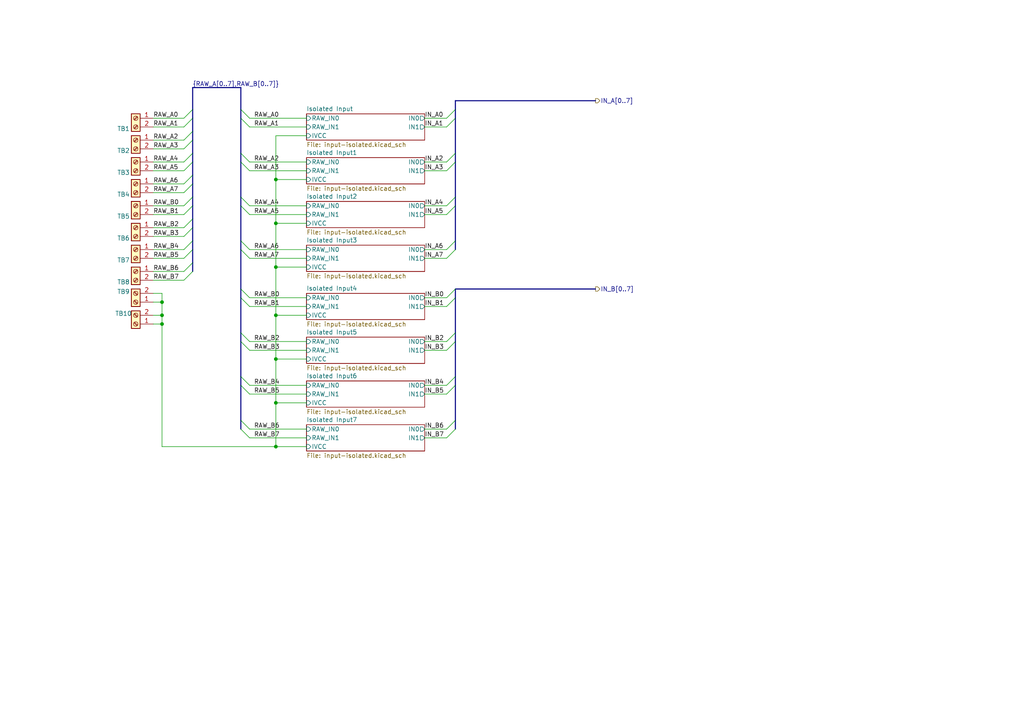
<source format=kicad_sch>
(kicad_sch (version 20250114) (generator "eeschema") (generator_version "9.0")
  (paper "A4")
  (lib_symbols
    (symbol "Connector:Screw_Terminal_01x02" (pin_names (offset 1.016) (hide yes))
      (property "Reference" "J" (at 0 2.54 0))
      (property "Value" "Screw_Terminal_01x02" (at 0 -5.08 0))
      (symbol "Screw_Terminal_01x02_1_1"
        (rectangle (start -1.27 1.27) (end 1.27 -3.81) (stroke (width 0.254)) (fill (type background)))
        (polyline (pts (xy -0.5334 0.3302) (xy 0.3302 -0.508)) (stroke (width 0.1524)))
        (polyline (pts (xy -0.5334 -2.2098) (xy 0.3302 -3.048)) (stroke (width 0.1524)))
        (polyline (pts (xy -0.3556 0.508) (xy 0.508 -0.3302)) (stroke (width 0.1524)))
        (polyline (pts (xy -0.3556 -2.032) (xy 0.508 -2.8702)) (stroke (width 0.1524)))
        (circle (center 0 0) (radius 0.635) (stroke (width 0.1524)))
        (circle (center 0 -2.54) (radius 0.635) (stroke (width 0.1524)))
        (pin passive line (at -5.08 0 0) (length 3.81) (name "Pin_1") (number "1"))
        (pin passive line (at -5.08 -2.54 0) (length 3.81) (name "Pin_2") (number "2"))
      )
    )
  )
  (junction (at 80.01 104.14))
  (junction (at 80.01 64.77))
  (junction (at 80.01 116.84))
  (junction (at 46.99 87.63))
  (junction (at 80.01 52.07))
  (junction (at 46.99 91.44))
  (junction (at 80.01 129.54))
  (junction (at 46.99 93.98))
  (junction (at 80.01 77.47))
  (junction (at 80.01 91.44))
  (bus_entry (at 132.08 34.29) (size -2.54 2.54))
  (bus_entry (at 69.85 121.92) (size 2.54 2.54))
  (bus_entry (at 132.08 59.69) (size -2.54 2.54))
  (bus_entry (at 55.88 72.39) (size -2.54 2.54))
  (bus_entry (at 69.85 96.52) (size 2.54 2.54))
  (bus_entry (at 55.88 78.74) (size -2.54 2.54))
  (bus_entry (at 55.88 53.34) (size -2.54 2.54))
  (bus_entry (at 132.08 57.15) (size -2.54 2.54))
  (bus_entry (at 69.85 109.22) (size 2.54 2.54))
  (bus_entry (at 69.85 99.06) (size 2.54 2.54))
  (bus_entry (at 69.85 111.76) (size 2.54 2.54))
  (bus_entry (at 55.88 34.29) (size -2.54 2.54))
  (bus_entry (at 55.88 50.8) (size -2.54 2.54))
  (bus_entry (at 132.08 83.82) (size -2.54 2.54))
  (bus_entry (at 55.88 63.5) (size -2.54 2.54))
  (bus_entry (at 132.08 111.76) (size -2.54 2.54))
  (bus_entry (at 69.85 31.75) (size 2.54 2.54))
  (bus_entry (at 69.85 72.39) (size 2.54 2.54))
  (bus_entry (at 132.08 31.75) (size -2.54 2.54))
  (bus_entry (at 55.88 40.64) (size -2.54 2.54))
  (bus_entry (at 55.88 66.04) (size -2.54 2.54))
  (bus_entry (at 55.88 59.69) (size -2.54 2.54))
  (bus_entry (at 132.08 72.39) (size -2.54 2.54))
  (bus_entry (at 55.88 69.85) (size -2.54 2.54))
  (bus_entry (at 55.88 31.75) (size -2.54 2.54))
  (bus_entry (at 132.08 96.52) (size -2.54 2.54))
  (bus_entry (at 132.08 99.06) (size -2.54 2.54))
  (bus_entry (at 69.85 124.46) (size 2.54 2.54))
  (bus_entry (at 69.85 46.99) (size 2.54 2.54))
  (bus_entry (at 132.08 69.85) (size -2.54 2.54))
  (bus_entry (at 69.85 34.29) (size 2.54 2.54))
  (bus_entry (at 55.88 46.99) (size -2.54 2.54))
  (bus_entry (at 132.08 46.99) (size -2.54 2.54))
  (bus_entry (at 55.88 44.45) (size -2.54 2.54))
  (bus_entry (at 132.08 86.36) (size -2.54 2.54))
  (bus_entry (at 55.88 57.15) (size -2.54 2.54))
  (bus_entry (at 69.85 44.45) (size 2.54 2.54))
  (bus_entry (at 55.88 38.1) (size -2.54 2.54))
  (bus_entry (at 132.08 121.92) (size -2.54 2.54))
  (bus_entry (at 132.08 109.22) (size -2.54 2.54))
  (bus_entry (at 69.85 69.85) (size 2.54 2.54))
  (bus_entry (at 69.85 83.82) (size 2.54 2.54))
  (bus_entry (at 69.85 59.69) (size 2.54 2.54))
  (bus_entry (at 69.85 86.36) (size 2.54 2.54))
  (bus_entry (at 55.88 76.2) (size -2.54 2.54))
  (bus_entry (at 69.85 57.15) (size 2.54 2.54))
  (bus_entry (at 132.08 44.45) (size -2.54 2.54))
  (bus_entry (at 132.08 124.46) (size -2.54 2.54))
  (wire (pts (xy 129.54 59.69) (xy 123.19 59.69)))
  (wire (pts (xy 44.45 40.64) (xy 53.34 40.64)))
  (bus (pts (xy 132.08 83.82) (xy 132.08 86.36)))
  (wire (pts (xy 44.45 66.04) (xy 53.34 66.04)))
  (wire (pts (xy 44.45 53.34) (xy 53.34 53.34)))
  (bus (pts (xy 132.08 69.85) (xy 132.08 72.39)))
  (wire (pts (xy 80.01 104.14) (xy 80.01 91.44)))
  (wire (pts (xy 44.45 87.63) (xy 46.99 87.63)))
  (wire (pts (xy 80.01 52.07) (xy 88.9 52.07)))
  (wire (pts (xy 44.45 59.69) (xy 53.34 59.69)))
  (wire (pts (xy 123.19 36.83) (xy 129.54 36.83)))
  (bus (pts (xy 132.08 96.52) (xy 132.08 99.06)))
  (bus (pts (xy 132.08 121.92) (xy 132.08 124.46)))
  (wire (pts (xy 72.39 99.06) (xy 88.9 99.06)))
  (bus (pts (xy 69.85 69.85) (xy 69.85 72.39)))
  (bus (pts (xy 69.85 86.36) (xy 69.85 96.52)))
  (bus (pts (xy 172.72 29.21) (xy 132.08 29.21)))
  (bus (pts (xy 55.88 66.04) (xy 55.88 69.85)))
  (bus (pts (xy 69.85 111.76) (xy 69.85 121.92)))
  (wire (pts (xy 80.01 64.77) (xy 88.9 64.77)))
  (wire (pts (xy 72.39 86.36) (xy 88.9 86.36)))
  (bus (pts (xy 132.08 44.45) (xy 132.08 46.99)))
  (bus (pts (xy 132.08 31.75) (xy 132.08 34.29)))
  (bus (pts (xy 69.85 121.92) (xy 69.85 124.46)))
  (wire (pts (xy 129.54 111.76) (xy 123.19 111.76)))
  (wire (pts (xy 80.01 77.47) (xy 80.01 91.44)))
  (bus (pts (xy 55.88 76.2) (xy 55.88 78.74)))
  (wire (pts (xy 129.54 88.9) (xy 123.19 88.9)))
  (bus (pts (xy 69.85 96.52) (xy 69.85 99.06)))
  (bus (pts (xy 55.88 34.29) (xy 55.88 38.1)))
  (wire (pts (xy 72.39 46.99) (xy 88.9 46.99)))
  (bus (pts (xy 69.85 72.39) (xy 69.85 83.82)))
  (wire (pts (xy 72.39 111.76) (xy 88.9 111.76)))
  (bus (pts (xy 55.88 38.1) (xy 55.88 40.64)))
  (bus (pts (xy 132.08 111.76) (xy 132.08 121.92)))
  (wire (pts (xy 72.39 74.93) (xy 88.9 74.93)))
  (bus (pts (xy 172.72 83.82) (xy 132.08 83.82)))
  (wire (pts (xy 123.19 127) (xy 129.54 127)))
  (wire (pts (xy 80.01 64.77) (xy 80.01 77.47)))
  (wire (pts (xy 129.54 34.29) (xy 123.19 34.29)))
  (wire (pts (xy 80.01 129.54) (xy 80.01 116.84)))
  (wire (pts (xy 129.54 49.53) (xy 123.19 49.53)))
  (wire (pts (xy 72.39 88.9) (xy 88.9 88.9)))
  (wire (pts (xy 129.54 86.36) (xy 123.19 86.36)))
  (bus (pts (xy 69.85 44.45) (xy 69.85 46.99)))
  (wire (pts (xy 44.45 34.29) (xy 53.34 34.29)))
  (wire (pts (xy 129.54 72.39) (xy 123.19 72.39)))
  (wire (pts (xy 72.39 72.39) (xy 88.9 72.39)))
  (wire (pts (xy 53.34 46.99) (xy 44.45 46.99)))
  (bus (pts (xy 132.08 109.22) (xy 132.08 111.76)))
  (wire (pts (xy 80.01 91.44) (xy 88.9 91.44)))
  (bus (pts (xy 55.88 44.45) (xy 55.88 46.99)))
  (wire (pts (xy 88.9 104.14) (xy 80.01 104.14)))
  (wire (pts (xy 129.54 101.6) (xy 123.19 101.6)))
  (bus (pts (xy 69.85 25.4) (xy 69.85 31.75)))
  (bus (pts (xy 132.08 86.36) (xy 132.08 96.52)))
  (bus (pts (xy 55.88 31.75) (xy 55.88 34.29)))
  (wire (pts (xy 46.99 93.98) (xy 46.99 129.54)))
  (wire (pts (xy 72.39 101.6) (xy 88.9 101.6)))
  (bus (pts (xy 55.88 50.8) (xy 55.88 53.34)))
  (bus (pts (xy 55.88 53.34) (xy 55.88 57.15)))
  (wire (pts (xy 53.34 74.93) (xy 44.45 74.93)))
  (bus (pts (xy 55.88 46.99) (xy 55.88 50.8)))
  (wire (pts (xy 88.9 116.84) (xy 80.01 116.84)))
  (wire (pts (xy 46.99 91.44) (xy 46.99 93.98)))
  (wire (pts (xy 72.39 59.69) (xy 88.9 59.69)))
  (wire (pts (xy 44.45 55.88) (xy 53.34 55.88)))
  (bus (pts (xy 69.85 34.29) (xy 69.85 44.45)))
  (wire (pts (xy 44.45 62.23) (xy 53.34 62.23)))
  (wire (pts (xy 44.45 49.53) (xy 53.34 49.53)))
  (bus (pts (xy 55.88 25.4) (xy 69.85 25.4)))
  (wire (pts (xy 44.45 43.18) (xy 53.34 43.18)))
  (bus (pts (xy 69.85 83.82) (xy 69.85 86.36)))
  (wire (pts (xy 44.45 91.44) (xy 46.99 91.44)))
  (wire (pts (xy 46.99 93.98) (xy 44.45 93.98)))
  (bus (pts (xy 55.88 72.39) (xy 55.88 76.2)))
  (wire (pts (xy 72.39 49.53) (xy 88.9 49.53)))
  (wire (pts (xy 123.19 114.3) (xy 129.54 114.3)))
  (bus (pts (xy 132.08 46.99) (xy 132.08 57.15)))
  (wire (pts (xy 72.39 127) (xy 88.9 127)))
  (bus (pts (xy 69.85 57.15) (xy 69.85 59.69)))
  (bus (pts (xy 55.88 59.69) (xy 55.88 63.5)))
  (bus (pts (xy 132.08 29.21) (xy 132.08 31.75)))
  (bus (pts (xy 55.88 25.4) (xy 55.88 31.75)))
  (wire (pts (xy 72.39 124.46) (xy 88.9 124.46)))
  (wire (pts (xy 129.54 74.93) (xy 123.19 74.93)))
  (wire (pts (xy 44.45 78.74) (xy 53.34 78.74)))
  (wire (pts (xy 44.45 85.09) (xy 46.99 85.09)))
  (wire (pts (xy 80.01 39.37) (xy 80.01 52.07)))
  (bus (pts (xy 55.88 57.15) (xy 55.88 59.69)))
  (wire (pts (xy 44.45 68.58) (xy 53.34 68.58)))
  (wire (pts (xy 80.01 116.84) (xy 80.01 104.14)))
  (wire (pts (xy 72.39 36.83) (xy 88.9 36.83)))
  (bus (pts (xy 132.08 59.69) (xy 132.08 69.85)))
  (bus (pts (xy 132.08 34.29) (xy 132.08 44.45)))
  (wire (pts (xy 88.9 39.37) (xy 80.01 39.37)))
  (wire (pts (xy 80.01 77.47) (xy 88.9 77.47)))
  (wire (pts (xy 46.99 129.54) (xy 80.01 129.54)))
  (wire (pts (xy 129.54 124.46) (xy 123.19 124.46)))
  (bus (pts (xy 69.85 99.06) (xy 69.85 109.22)))
  (bus (pts (xy 69.85 31.75) (xy 69.85 34.29)))
  (wire (pts (xy 88.9 129.54) (xy 80.01 129.54)))
  (wire (pts (xy 72.39 34.29) (xy 88.9 34.29)))
  (wire (pts (xy 123.19 46.99) (xy 129.54 46.99)))
  (wire (pts (xy 44.45 36.83) (xy 53.34 36.83)))
  (wire (pts (xy 129.54 62.23) (xy 123.19 62.23)))
  (wire (pts (xy 129.54 99.06) (xy 123.19 99.06)))
  (bus (pts (xy 69.85 109.22) (xy 69.85 111.76)))
  (bus (pts (xy 132.08 99.06) (xy 132.08 109.22)))
  (wire (pts (xy 44.45 81.28) (xy 53.34 81.28)))
  (wire (pts (xy 72.39 114.3) (xy 88.9 114.3)))
  (bus (pts (xy 55.88 40.64) (xy 55.88 44.45)))
  (bus (pts (xy 69.85 46.99) (xy 69.85 57.15)))
  (bus (pts (xy 55.88 69.85) (xy 55.88 72.39)))
  (wire (pts (xy 80.01 52.07) (xy 80.01 64.77)))
  (bus (pts (xy 69.85 59.69) (xy 69.85 69.85)))
  (wire (pts (xy 46.99 87.63) (xy 46.99 91.44)))
  (bus (pts (xy 132.08 57.15) (xy 132.08 59.69)))
  (bus (pts (xy 55.88 63.5) (xy 55.88 66.04)))
  (wire (pts (xy 44.45 72.39) (xy 53.34 72.39)))
  (wire (pts (xy 46.99 85.09) (xy 46.99 87.63)))
  (wire (pts (xy 72.39 62.23) (xy 88.9 62.23)))
  (label "RAW_B2" (at 44.45 66.04 0))
  (label "IN_B3" (at 123.19 101.6 0))
  (label "RAW_A3" (at 73.66 49.53 0))
  (label "RAW_A4" (at 44.45 46.99 0))
  (label "IN_B1" (at 123.19 88.9 0))
  (label "IN_B2" (at 123.19 99.06 0))
  (label "RAW_B7" (at 44.45 81.28 0))
  (label "RAW_B3" (at 73.66 101.6 0))
  (label "RAW_B5" (at 44.45 74.93 0))
  (label "RAW_B7" (at 73.66 127 0))
  (label "IN_A1" (at 123.19 36.83 0))
  (label "RAW_A0" (at 44.45 34.29 0))
  (label "RAW_B3" (at 44.45 68.58 0))
  (label "IN_A0" (at 123.19 34.29 0))
  (label "RAW_B4" (at 73.66 111.76 0))
  (label "RAW_A6" (at 44.45 53.34 0))
  (label "RAW_B0" (at 73.66 86.36 0))
  (label "RAW_B0" (at 44.45 59.69 0))
  (label "IN_A5" (at 123.19 62.23 0))
  (label "RAW_A0" (at 73.66 34.29 0))
  (label "IN_A2" (at 123.19 46.99 0))
  (label "IN_A3" (at 123.19 49.53 0))
  (label "RAW_B1" (at 73.66 88.9 0))
  (label "RAW_A3" (at 44.45 43.18 0))
  (label "RAW_A5" (at 44.45 49.53 0))
  (label "IN_B6" (at 123.19 124.46 0))
  (label "RAW_A5" (at 73.66 62.23 0))
  (label "RAW_A7" (at 73.66 74.93 0))
  (label "RAW_A2" (at 73.66 46.99 0))
  (label "RAW_A4" (at 73.66 59.69 0))
  (label "RAW_B5" (at 73.66 114.3 0))
  (label "IN_A6" (at 123.19 72.39 0))
  (label "RAW_B1" (at 44.45 62.23 0))
  (label "RAW_B6" (at 44.45 78.74 0))
  (label "RAW_B6" (at 73.66 124.46 0))
  (label "RAW_A6" (at 73.66 72.39 0))
  (label "IN_A4" (at 123.19 59.69 0))
  (label "RAW_B4" (at 44.45 72.39 0))
  (label "RAW_B2" (at 73.66 99.06 0))
  (label "IN_A7" (at 123.19 74.93 0))
  (label "RAW_A1" (at 73.66 36.83 0))
  (label "RAW_A2" (at 44.45 40.64 0))
  (label "IN_B7" (at 123.19 127 0))
  (label "{RAW_A[0..7],RAW_B[0..7]}" (at 55.88 25.4 0))
  (label "IN_B5" (at 123.19 114.3 0))
  (label "IN_B4" (at 123.19 111.76 0))
  (label "RAW_A7" (at 44.45 55.88 0))
  (label "IN_B0" (at 123.19 86.36 0))
  (label "RAW_A1" (at 44.45 36.83 0))
  (hierarchical_label "IN_B[0..7]" (shape output) (at 172.72 83.82 0))
  (hierarchical_label "IN_A[0..7]" (shape output) (at 172.72 29.21 0))
  (symbol (lib_id "Connector:Screw_Terminal_01x02") (at 39.37 78.74 0) (mirror y) (unit 1)
    (property "Reference" "TB8" (at 35.814 81.788 0))
    (property "Value" "MKDSN 1,5/ 2-5,08" (effects (hide yes)))
    (property "Footprint" "TerminalBlock_Phoenix:TerminalBlock_Phoenix_MKDS-1,5-2-5.08_1x02_P5.08mm_Horizontal" (effects (hide yes)))
    (property "Description" "Generic screw terminal, single row, 01x02, script generated (kicad-library-utils/schlib/autogen/connector/)" (effects (hide yes)))
    (property "Partnumber" "  MKDSN 1,5/ 2-5,08 " (effects (hide yes)))
    (property "LCSC" "C5183989" (effects (hide yes)))
    (property "Manufacturer" "Phoenix Contact" (effects (hide yes)))
  )
  (symbol (lib_id "Connector:Screw_Terminal_01x02") (at 39.37 59.69 0) (mirror y) (unit 1)
    (property "Reference" "TB5" (at 35.814 62.738 0))
    (property "Value" "MKDSN 1,5/ 2-5,08" (effects (hide yes)))
    (property "Footprint" "TerminalBlock_Phoenix:TerminalBlock_Phoenix_MKDS-1,5-2-5.08_1x02_P5.08mm_Horizontal" (effects (hide yes)))
    (property "Description" "Generic screw terminal, single row, 01x02, script generated (kicad-library-utils/schlib/autogen/connector/)" (effects (hide yes)))
    (property "Partnumber" "  MKDSN 1,5/ 2-5,08 " (effects (hide yes)))
    (property "LCSC" "C5183989" (effects (hide yes)))
    (property "Manufacturer" "Phoenix Contact" (effects (hide yes)))
  )
  (symbol (lib_id "Connector:Screw_Terminal_01x02") (at 39.37 93.98 180) (unit 1)
    (property "Reference" "TB10" (at 35.814 90.932 0))
    (property "Value" "MKDSN 1,5/ 2-5,08" (effects (hide yes)))
    (property "Footprint" "TerminalBlock_Phoenix:TerminalBlock_Phoenix_MKDS-1,5-2-5.08_1x02_P5.08mm_Horizontal" (effects (hide yes)))
    (property "Description" "Generic screw terminal, single row, 01x02, script generated (kicad-library-utils/schlib/autogen/connector/)" (effects (hide yes)))
    (property "Partnumber" "  MKDSN 1,5/ 2-5,08 " (effects (hide yes)))
    (property "LCSC" "C5183989" (effects (hide yes)))
    (property "Manufacturer" "Phoenix Contact" (effects (hide yes)))
  )
  (symbol (lib_id "Connector:Screw_Terminal_01x02") (at 39.37 72.39 0) (mirror y) (unit 1)
    (property "Reference" "TB7" (at 35.814 75.438 0))
    (property "Value" "MKDSN 1,5/ 2-5,08" (effects (hide yes)))
    (property "Footprint" "TerminalBlock_Phoenix:TerminalBlock_Phoenix_MKDS-1,5-2-5.08_1x02_P5.08mm_Horizontal" (effects (hide yes)))
    (property "Description" "Generic screw terminal, single row, 01x02, script generated (kicad-library-utils/schlib/autogen/connector/)" (effects (hide yes)))
    (property "Partnumber" "  MKDSN 1,5/ 2-5,08 " (effects (hide yes)))
    (property "LCSC" "C5183989" (effects (hide yes)))
    (property "Manufacturer" "Phoenix Contact" (effects (hide yes)))
  )
  (symbol (lib_id "Connector:Screw_Terminal_01x02") (at 39.37 46.99 0) (mirror y) (unit 1)
    (property "Reference" "TB3" (at 35.814 50.038 0))
    (property "Value" "MKDSN 1,5/ 2-5,08" (effects (hide yes)))
    (property "Footprint" "TerminalBlock_Phoenix:TerminalBlock_Phoenix_MKDS-1,5-2-5.08_1x02_P5.08mm_Horizontal" (effects (hide yes)))
    (property "Description" "Generic screw terminal, single row, 01x02, script generated (kicad-library-utils/schlib/autogen/connector/)" (effects (hide yes)))
    (property "Partnumber" "  MKDSN 1,5/ 2-5,08 " (effects (hide yes)))
    (property "LCSC" "C5183989" (effects (hide yes)))
    (property "Manufacturer" "Phoenix Contact" (effects (hide yes)))
  )
  (symbol (lib_id "Connector:Screw_Terminal_01x02") (at 39.37 66.04 0) (mirror y) (unit 1)
    (property "Reference" "TB6" (at 35.814 69.088 0))
    (property "Value" "MKDSN 1,5/ 2-5,08" (effects (hide yes)))
    (property "Footprint" "TerminalBlock_Phoenix:TerminalBlock_Phoenix_MKDS-1,5-2-5.08_1x02_P5.08mm_Horizontal" (effects (hide yes)))
    (property "Description" "Generic screw terminal, single row, 01x02, script generated (kicad-library-utils/schlib/autogen/connector/)" (effects (hide yes)))
    (property "Partnumber" "  MKDSN 1,5/ 2-5,08 " (effects (hide yes)))
    (property "LCSC" "C5183989" (effects (hide yes)))
    (property "Manufacturer" "Phoenix Contact" (effects (hide yes)))
  )
  (symbol (lib_id "Connector:Screw_Terminal_01x02") (at 39.37 53.34 0) (mirror y) (unit 1)
    (property "Reference" "TB4" (at 35.814 56.388 0))
    (property "Value" "MKDSN 1,5/ 2-5,08" (effects (hide yes)))
    (property "Footprint" "TerminalBlock_Phoenix:TerminalBlock_Phoenix_MKDS-1,5-2-5.08_1x02_P5.08mm_Horizontal" (effects (hide yes)))
    (property "Description" "Generic screw terminal, single row, 01x02, script generated (kicad-library-utils/schlib/autogen/connector/)" (effects (hide yes)))
    (property "Partnumber" "  MKDSN 1,5/ 2-5,08 " (effects (hide yes)))
    (property "LCSC" "C5183989" (effects (hide yes)))
    (property "Manufacturer" "Phoenix Contact" (effects (hide yes)))
  )
  (symbol (lib_id "Connector:Screw_Terminal_01x02") (at 39.37 40.64 0) (mirror y) (unit 1)
    (property "Reference" "TB2" (at 35.814 43.688 0))
    (property "Value" "MKDSN 1,5/ 2-5,08" (effects (hide yes)))
    (property "Footprint" "TerminalBlock_Phoenix:TerminalBlock_Phoenix_MKDS-1,5-2-5.08_1x02_P5.08mm_Horizontal" (effects (hide yes)))
    (property "Description" "Generic screw terminal, single row, 01x02, script generated (kicad-library-utils/schlib/autogen/connector/)" (effects (hide yes)))
    (property "Partnumber" "  MKDSN 1,5/ 2-5,08 " (effects (hide yes)))
    (property "LCSC" "C5183989" (effects (hide yes)))
    (property "Manufacturer" "Phoenix Contact" (effects (hide yes)))
  )
  (symbol (lib_id "Connector:Screw_Terminal_01x02") (at 39.37 34.29 0) (mirror y) (unit 1)
    (property "Reference" "TB1" (at 35.814 37.338 0))
    (property "Value" "MKDSN 1,5/ 2-5,08" (effects (hide yes)))
    (property "Footprint" "TerminalBlock_Phoenix:TerminalBlock_Phoenix_MKDS-1,5-2-5.08_1x02_P5.08mm_Horizontal" (effects (hide yes)))
    (property "Description" "Generic screw terminal, single row, 01x02, script generated (kicad-library-utils/schlib/autogen/connector/)" (effects (hide yes)))
    (property "Partnumber" "  MKDSN 1,5/ 2-5,08 " (effects (hide yes)))
    (property "LCSC" "C5183989" (effects (hide yes)))
    (property "Manufacturer" "Phoenix Contact" (effects (hide yes)))
  )
  (symbol (lib_id "Connector:Screw_Terminal_01x02") (at 39.37 87.63 180) (unit 1)
    (property "Reference" "TB9" (at 35.814 84.582 0))
    (property "Value" "MKDSN 1,5/ 2-5,08" (effects (hide yes)))
    (property "Footprint" "TerminalBlock_Phoenix:TerminalBlock_Phoenix_MKDS-1,5-2-5.08_1x02_P5.08mm_Horizontal" (effects (hide yes)))
    (property "Description" "Generic screw terminal, single row, 01x02, script generated (kicad-library-utils/schlib/autogen/connector/)" (effects (hide yes)))
    (property "Partnumber" "  MKDSN 1,5/ 2-5,08 " (effects (hide yes)))
    (property "LCSC" "C5183989" (effects (hide yes)))
    (property "Manufacturer" "Phoenix Contact" (effects (hide yes)))
  )
  (sheet (at 88.9 85.09) (size 34.29 7.62) (stroke (width 0.1524))
    (property "Sheetname" "Isolated Input4" (at 88.9 84.3784 0) (effects (justify left bottom)))
    (property "Sheetfile" "input-isolated.kicad_sch" (at 88.9 93.2946 0) (effects (justify left top)))
    (pin "IN0" output (at 123.19 86.36 0))
    (pin "IN1" output (at 123.19 88.9 0))
    (pin "IVCC" input (at 88.9 91.44 180))
    (pin "RAW_IN0" input (at 88.9 86.36 180))
    (pin "RAW_IN1" input (at 88.9 88.9 180))
  )
  (sheet (at 88.9 123.19) (size 34.29 7.62) (stroke (width 0.1524))
    (property "Sheetname" "Isolated Input7" (at 88.9 122.4784 0) (effects (justify left bottom)))
    (property "Sheetfile" "input-isolated.kicad_sch" (at 88.9 131.3946 0) (effects (justify left top)))
    (pin "IN0" output (at 123.19 124.46 0))
    (pin "IN1" output (at 123.19 127 0))
    (pin "IVCC" input (at 88.9 129.54 180))
    (pin "RAW_IN0" input (at 88.9 124.46 180))
    (pin "RAW_IN1" input (at 88.9 127 180))
  )
  (sheet (at 88.9 33.02) (size 34.29 7.62) (stroke (width 0.1524))
    (property "Sheetname" "Isolated Input" (at 88.9 32.3084 0) (effects (justify left bottom)))
    (property "Sheetfile" "input-isolated.kicad_sch" (at 88.9 41.2246 0) (effects (justify left top)))
    (pin "IN0" output (at 123.19 34.29 0))
    (pin "IN1" output (at 123.19 36.83 0))
    (pin "IVCC" input (at 88.9 39.37 180))
    (pin "RAW_IN0" input (at 88.9 34.29 180))
    (pin "RAW_IN1" input (at 88.9 36.83 180))
  )
  (sheet (at 88.9 45.72) (size 34.29 7.62) (stroke (width 0.1524))
    (property "Sheetname" "Isolated Input1" (at 88.9 45.0084 0) (effects (justify left bottom)))
    (property "Sheetfile" "input-isolated.kicad_sch" (at 88.9 53.9246 0) (effects (justify left top)))
    (pin "IN0" output (at 123.19 46.99 0))
    (pin "IN1" output (at 123.19 49.53 0))
    (pin "IVCC" input (at 88.9 52.07 180))
    (pin "RAW_IN0" input (at 88.9 46.99 180))
    (pin "RAW_IN1" input (at 88.9 49.53 180))
  )
  (sheet (at 88.9 58.42) (size 34.29 7.62) (stroke (width 0.1524))
    (property "Sheetname" "Isolated Input2" (at 88.9 57.7084 0) (effects (justify left bottom)))
    (property "Sheetfile" "input-isolated.kicad_sch" (at 88.9 66.6246 0) (effects (justify left top)))
    (pin "IN0" output (at 123.19 59.69 0))
    (pin "IN1" output (at 123.19 62.23 0))
    (pin "IVCC" input (at 88.9 64.77 180))
    (pin "RAW_IN0" input (at 88.9 59.69 180))
    (pin "RAW_IN1" input (at 88.9 62.23 180))
  )
  (sheet (at 88.9 71.12) (size 34.29 7.62) (stroke (width 0.1524))
    (property "Sheetname" "Isolated Input3" (at 88.9 70.4084 0) (effects (justify left bottom)))
    (property "Sheetfile" "input-isolated.kicad_sch" (at 88.9 79.3246 0) (effects (justify left top)))
    (pin "IN0" output (at 123.19 72.39 0))
    (pin "IN1" output (at 123.19 74.93 0))
    (pin "IVCC" input (at 88.9 77.47 180))
    (pin "RAW_IN0" input (at 88.9 72.39 180))
    (pin "RAW_IN1" input (at 88.9 74.93 180))
  )
  (sheet (at 88.9 110.49) (size 34.29 7.62) (stroke (width 0.1524))
    (property "Sheetname" "Isolated Input6" (at 88.9 109.7784 0) (effects (justify left bottom)))
    (property "Sheetfile" "input-isolated.kicad_sch" (at 88.9 118.6946 0) (effects (justify left top)))
    (pin "IN0" output (at 123.19 111.76 0))
    (pin "IN1" output (at 123.19 114.3 0))
    (pin "IVCC" input (at 88.9 116.84 180))
    (pin "RAW_IN0" input (at 88.9 111.76 180))
    (pin "RAW_IN1" input (at 88.9 114.3 180))
  )
  (sheet (at 88.9 97.79) (size 34.29 7.62) (stroke (width 0.1524))
    (property "Sheetname" "Isolated Input5" (at 88.9 97.0784 0) (effects (justify left bottom)))
    (property "Sheetfile" "input-isolated.kicad_sch" (at 88.9 105.9946 0) (effects (justify left top)))
    (pin "IN0" output (at 123.19 99.06 0))
    (pin "IN1" output (at 123.19 101.6 0))
    (pin "IVCC" input (at 88.9 104.14 180))
    (pin "RAW_IN0" input (at 88.9 99.06 180))
    (pin "RAW_IN1" input (at 88.9 101.6 180))
  )
)
</source>
